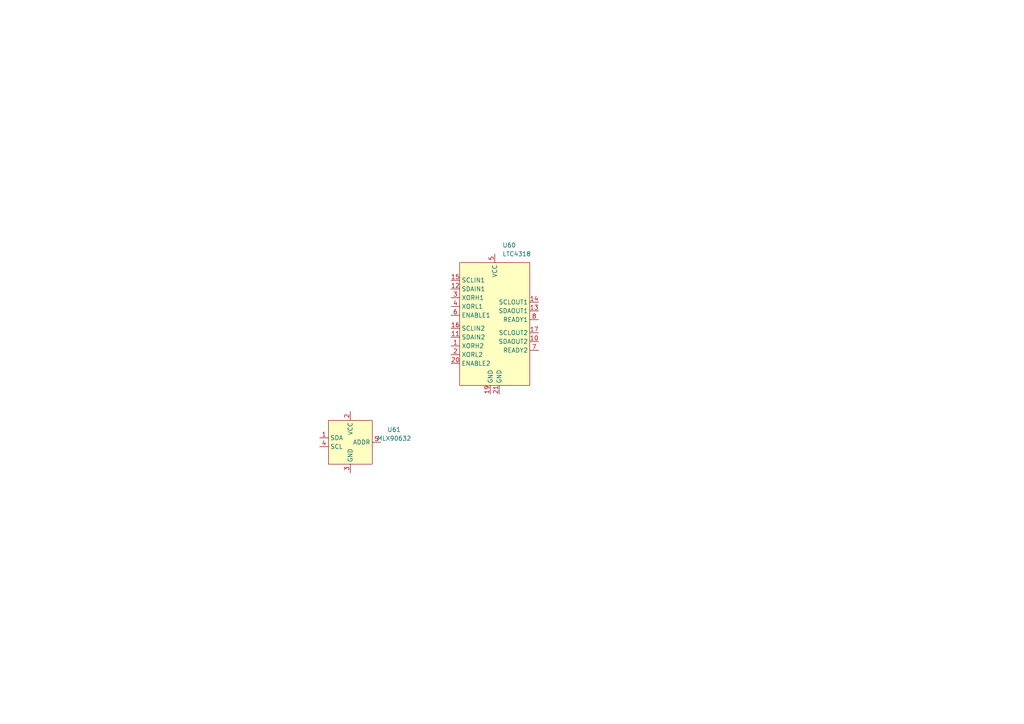
<source format=kicad_sch>
(kicad_sch (version 20230121) (generator eeschema)
  (paper "A4")
  (lib_symbols
    (symbol "sBMS:LTC4318"
      (property "Reference" "U" (at 2.54 20.32 0))
      (property "Value" "LTC4318" (at 7.62 20.32 0))
      (symbol "LTC4318_1_1"
        (rectangle (start -10.16 17.78) (end 10.16 -17.78) (fill (type background)))
        (pin input line (at -12.7 -6.35 0) (length 2.54) (name "XORH2") (number "1"))
        (pin bidirectional line (at 12.7 -5.08 180) (length 2.54) (name "SDAOUT2") (number "10"))
        (pin bidirectional line (at -12.7 -3.81 0) (length 2.54) (name "SDAIN2") (number "11"))
        (pin bidirectional line (at -12.7 10.16 0) (length 2.54) (name "SDAIN1") (number "12"))
        (pin bidirectional line (at 12.7 3.81 180) (length 2.54) (name "SDAOUT1") (number "13"))
        (pin output line (at 12.7 6.35 180) (length 2.54) (name "SCLOUT1") (number "14"))
        (pin input line (at -12.7 12.7 0) (length 2.54) (name "SCLIN1") (number "15"))
        (pin input line (at -12.7 -1.27 0) (length 2.54) (name "SCLIN2") (number "16"))
        (pin output line (at 12.7 -2.54 180) (length 2.54) (name "SCLOUT2") (number "17"))
        (pin power_out line (at -1.27 -20.32 90) (length 2.54) (name "GND") (number "19"))
        (pin input line (at -12.7 -8.89 0) (length 2.54) (name "XORL2") (number "2"))
        (pin input line (at -12.7 -11.43 0) (length 2.54) (name "ENABLE2") (number "20"))
        (pin power_out line (at 1.27 -20.32 90) (length 2.54) (name "GND") (number "21"))
        (pin input line (at -12.7 7.62 0) (length 2.54) (name "XORH1") (number "3"))
        (pin input line (at -12.7 5.08 0) (length 2.54) (name "XORL1") (number "4"))
        (pin power_in line (at 0 20.32 270) (length 2.54) (name "VCC") (number "5"))
        (pin input line (at -12.7 2.54 0) (length 2.54) (name "ENABLE1") (number "6"))
        (pin output line (at 12.7 -7.62 180) (length 2.54) (name "READY2") (number "7"))
        (pin output line (at 12.7 1.27 180) (length 2.54) (name "READY1") (number "8"))
      )
    )
    (symbol "sBMS:MLX90632"
      (property "Reference" "U" (at 1.27 7.62 0))
      (property "Value" "MLX90632" (at 7.62 7.62 0))
      (symbol "MLX90632_1_1"
        (rectangle (start -6.35 6.35) (end 6.35 -6.35) (fill (type background)))
        (pin bidirectional line (at -8.89 1.27 0) (length 2.54) (name "SDA") (number "1"))
        (pin power_in line (at 0 8.89 270) (length 2.54) (name "VCC") (number "2"))
        (pin power_out line (at 0 -8.89 90) (length 2.54) (name "GND") (number "3"))
        (pin input line (at -8.89 -1.27 0) (length 2.54) (name "SCL") (number "4"))
        (pin input line (at 8.89 0 180) (length 2.54) (name "ADDR") (number "5"))
      )
    )
  )
  (symbol (lib_id "sBMS:LTC4318") (at 143.51 93.98 0) (unit 1)
    (property "Reference" "U60" (at 145.7041 71.12 0) (effects (justify left)))
    (property "Value" "LTC4318" (at 145.7041 73.66 0) (effects (justify left)))
    (property "Footprint" "Package_DFN_QFN:QFN-20-1EP_4x4mm_P0.5mm_EP2.5x2.5mm" (effects hide))
  )
  (symbol (lib_id "sBMS:MLX90632") (at 101.6 128.27 0) (unit 1)
    (property "Reference" "U61" (at 114.3 124.6221 0))
    (property "Value" "MLX90632" (at 114.3 127.1621 0))
  )
)
</source>
